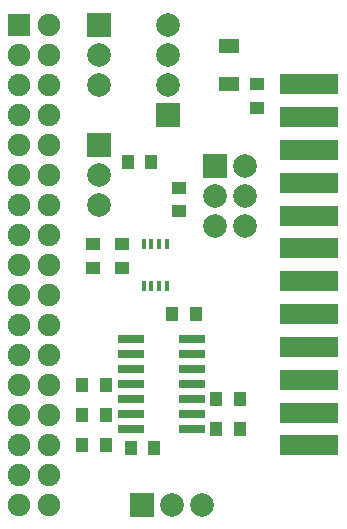
<source format=gbr>
%FSLAX23Y23*%
%MOMM*%
%ADD10R,5X1.8*%
%ADD11C,0.2*%
%ADD12C,0.1*%
%ADD13R,1.9X1.9*%
%ADD14C,1.9*%
%ADD15R,1.7X1.3*%
%ADD16R,1X1.25*%
%ADD17R,1X1.3*%
%ADD18R,1.3X1*%
%ADD19R,2X2*%
%ADD20C,2*%
%ADD21R,1.25X1*%
%ADD22R,0.4X0.9*%
%ADD23R,2.2X0.7*%
%ADD24C,0.05*%
%LPD*%
G54D10*
X27300Y38100D03*
G54D10*
X27300Y35320D03*
G54D10*
X27300Y32540D03*
G54D10*
X27300Y29760D03*
G54D10*
X27300Y26980D03*
G54D10*
X27300Y24200D03*
G54D10*
X27300Y21420D03*
G54D10*
X27300Y18640D03*
G54D10*
X27300Y15860D03*
G54D10*
X27300Y13080D03*
G54D10*
X27300Y10300D03*
G54D10*
X27300Y7520D03*
G54D13*
X2770Y43150D03*
G54D14*
X5310Y43150D03*
G54D14*
X2770Y40610D03*
G54D14*
X5310Y40610D03*
G54D14*
X2770Y38070D03*
G54D14*
X5310Y38070D03*
G54D14*
X2770Y35530D03*
G54D14*
X5310Y35530D03*
G54D14*
X2770Y32990D03*
G54D14*
X5310Y32990D03*
G54D14*
X2770Y30450D03*
G54D14*
X5310Y30450D03*
G54D14*
X2770Y27910D03*
G54D14*
X5310Y27910D03*
G54D14*
X2770Y25370D03*
G54D14*
X5310Y25370D03*
G54D14*
X2770Y22830D03*
G54D14*
X5310Y22830D03*
G54D14*
X2770Y20290D03*
G54D14*
X5310Y20290D03*
G54D14*
X2770Y17750D03*
G54D14*
X5310Y17750D03*
G54D14*
X2770Y15210D03*
G54D14*
X5310Y15210D03*
G54D14*
X2770Y12670D03*
G54D14*
X5310Y12670D03*
G54D14*
X2770Y10130D03*
G54D14*
X5310Y10130D03*
G54D14*
X2770Y7590D03*
G54D14*
X5310Y7590D03*
G54D14*
X2770Y5050D03*
G54D14*
X5310Y5050D03*
G54D14*
X2770Y2510D03*
G54D14*
X5310Y2510D03*
G54D15*
X20470Y38100D03*
G54D15*
X20470Y41350D03*
G54D16*
X12190Y7260D03*
G54D17*
X14190Y7260D03*
G54D18*
X11440Y22570D03*
G54D18*
X11440Y24570D03*
G54D19*
X15350Y35510D03*
G54D20*
X15350Y38050D03*
G54D20*
X15350Y40590D03*
G54D20*
X15350Y43130D03*
G54D19*
X13170Y2510D03*
G54D20*
X15710Y2510D03*
G54D20*
X18250Y2510D03*
G54D19*
X9460Y43150D03*
G54D20*
X9460Y40610D03*
G54D20*
X9460Y38070D03*
G54D19*
X9460Y32990D03*
G54D20*
X9460Y30450D03*
G54D20*
X9460Y27910D03*
G54D20*
X21890Y31150D03*
G54D20*
X21890Y28610D03*
G54D20*
X21890Y26070D03*
G54D19*
X19350Y31150D03*
G54D20*
X19350Y28610D03*
G54D20*
X19350Y26070D03*
G54D21*
X8990Y22570D03*
G54D18*
X8990Y24570D03*
G54D16*
X21430Y11410D03*
G54D17*
X19430Y11410D03*
G54D16*
X13940Y31520D03*
G54D17*
X11940Y31520D03*
G54D18*
X16270Y27350D03*
G54D18*
X16270Y29350D03*
G54D17*
X19430Y8870D03*
G54D17*
X21430Y8870D03*
G54D17*
X17710Y18670D03*
G54D17*
X15710Y18670D03*
G54D18*
X22880Y36100D03*
G54D18*
X22880Y38100D03*
G54D17*
X8090Y12670D03*
G54D16*
X10090Y12670D03*
G54D17*
X8090Y10130D03*
G54D17*
X10090Y10130D03*
G54D16*
X8090Y7590D03*
G54D17*
X10090Y7590D03*
G54D22*
X13290Y21020D03*
G54D22*
X13940Y21020D03*
G54D22*
X14590Y21020D03*
G54D22*
X15240Y21020D03*
G54D22*
X13290Y24570D03*
G54D22*
X13940Y24570D03*
G54D22*
X14590Y24570D03*
G54D22*
X15240Y24570D03*
G54D23*
X17400Y12680D03*
G54D23*
X17400Y11410D03*
G54D23*
X17400Y10140D03*
G54D23*
X17400Y8870D03*
G54D23*
X12200Y12680D03*
G54D23*
X12200Y11410D03*
G54D23*
X12200Y10140D03*
G54D23*
X12200Y8870D03*
G54D23*
X17400Y13950D03*
G54D23*
X17400Y15220D03*
G54D23*
X17400Y16490D03*
G54D23*
X12200Y16490D03*
G54D23*
X12200Y15220D03*
G54D23*
X12200Y13950D03*
M02*

</source>
